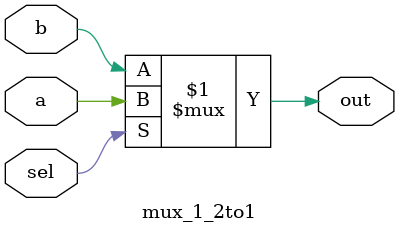
<source format=v>
module mux_1_2to1(a,b,sel,out); //0-->a,1-->b

input a,b;
input sel;

output out;
wire out;

assign out=sel?a:b;

endmodule

</source>
